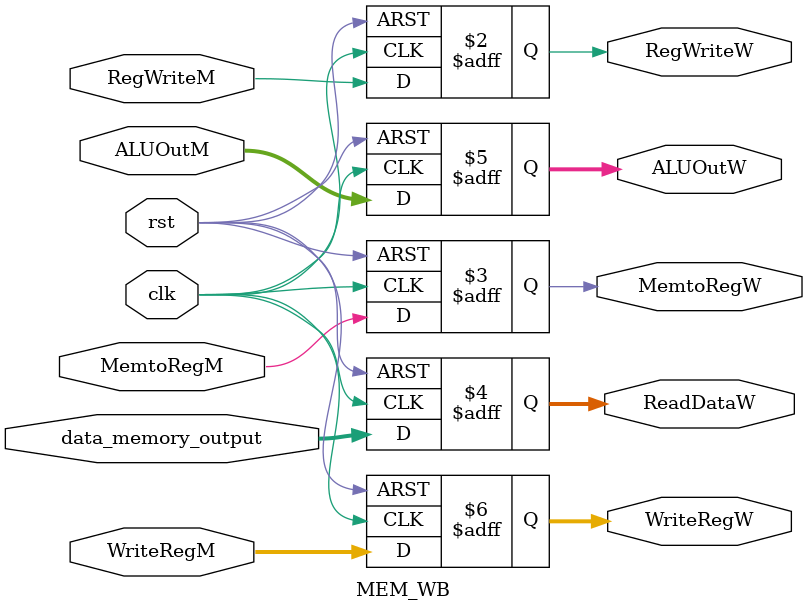
<source format=v>
`timescale 1ns / 1ps


module MEM_WB(
           input clk,
           input rst,
           input RegWriteM,
           input MemtoRegM,
           input [31: 0] data_memory_output,
           input [31: 0] ALUOutM,
           input [4: 0] WriteRegM,
           output reg RegWriteW,
           output reg MemtoRegW,
           output reg[31: 0] ReadDataW,
           output reg [31: 0] ALUOutW,
           output reg [4: 0] WriteRegW
       );

always @(posedge clk or posedge rst)
  if (rst)
  begin
    RegWriteW <= 0;
    MemtoRegW <= 0;
    ReadDataW <= 0;
    ALUOutW <= 0;
    WriteRegW <= 0;
  end
  else
  begin
    RegWriteW <= RegWriteM;
    MemtoRegW <= MemtoRegM;
    ReadDataW <= data_memory_output;
    ALUOutW <= ALUOutM;
    WriteRegW <= WriteRegM;
end

endmodule

</source>
